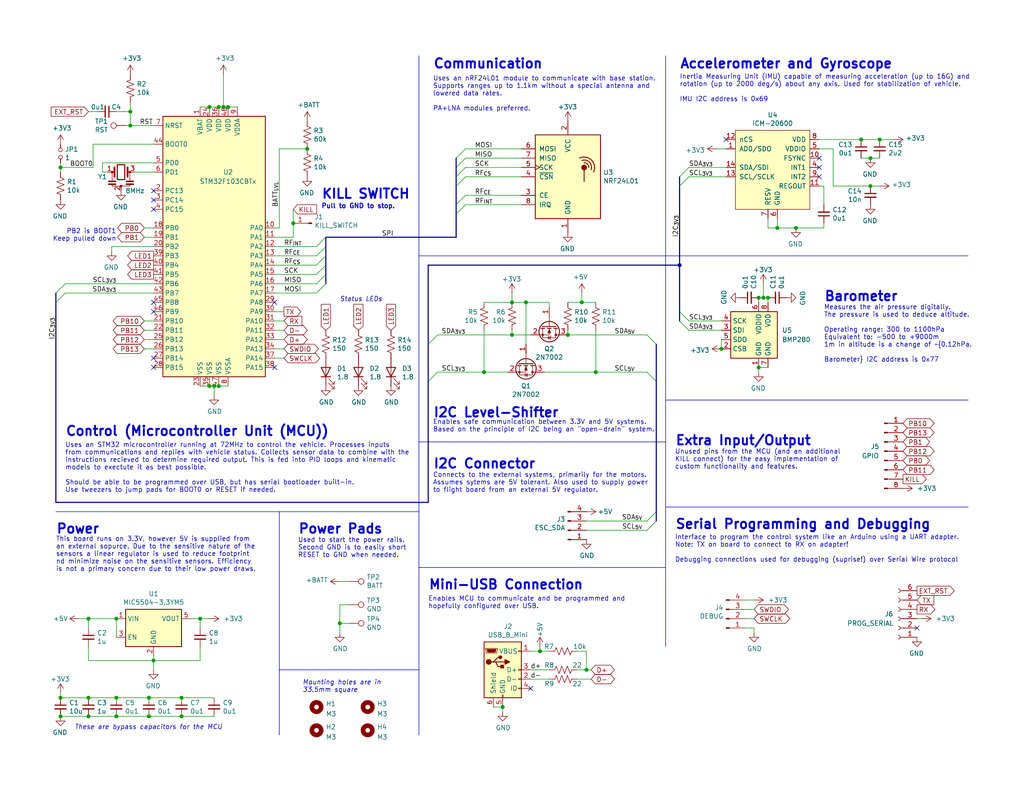
<source format=kicad_sch>
(kicad_sch (version 20230121) (generator eeschema)
  (paper "USLetter")
  (title_block (title "32-Bit Flight Controller & Power Board") (date "2020-06-02") (rev "2.1") (company "Savo Bajic") (comment 1 "Power rails integrated on rear side.") (comment 2 "Designed for use with I2C modules, GPIO pins also available.") (comment 3 "Built in 6-axis IMU, barometer, communication, and 3V3 regulator.") (comment 4 "Centered around an STM32. Requires external 5V."))
  (junction (at 143.51 82.55))
  (junction (at 185.42 72.39))
  (junction (at 57.15 105.41))
  (junction (at 234.95 38.1))
  (junction (at 49.53 195.58))
  (junction (at 80.01 60.96))
  (junction (at 40.64 190.5))
  (junction (at 59.69 105.41))
  (junction (at 58.42 105.41))
  (junction (at 16.51 195.58))
  (junction (at 31.75 195.58))
  (junction (at 207.01 81.28))
  (junction (at 208.28 81.28))
  (junction (at 240.03 38.1))
  (junction (at 160.02 182.88))
  (junction (at 35.56 30.48))
  (junction (at 237.49 50.8))
  (junction (at 31.75 190.5))
  (junction (at 147.32 177.8))
  (junction (at 24.13 195.58))
  (junction (at 24.13 190.5))
  (junction (at 31.75 168.91))
  (junction (at 41.91 180.34))
  (junction (at 139.7 91.44))
  (junction (at 16.51 45.72))
  (junction (at 57.15 29.21))
  (junction (at 62.23 29.21))
  (junction (at 24.13 168.91))
  (junction (at 92.71 170.18))
  (junction (at 59.69 29.21))
  (junction (at 139.7 82.55))
  (junction (at 49.53 190.5))
  (junction (at 154.94 91.44))
  (junction (at 217.17 62.23))
  (junction (at 54.61 168.91))
  (junction (at 40.64 195.58))
  (junction (at 196.85 95.25))
  (junction (at 162.56 101.6))
  (junction (at 35.56 34.29))
  (junction (at 209.55 81.28))
  (junction (at 132.08 101.6))
  (junction (at 60.96 29.21))
  (junction (at 137.16 193.04))
  (junction (at 207.01 100.33))
  (junction (at 83.82 40.64))
  (junction (at 237.49 43.18))
  (junction (at 16.51 190.5))
  (junction (at 158.75 82.55))
  (junction (at 212.09 62.23))
  (no_connect (at 144.78 187.96))
  (no_connect (at 41.91 52.07))
  (no_connect (at 41.91 82.55))
  (no_connect (at 223.52 43.18))
  (no_connect (at 74.93 100.33))
  (no_connect (at 223.52 45.72))
  (no_connect (at 41.91 57.15))
  (no_connect (at 41.91 54.61))
  (no_connect (at 223.52 48.26))
  (no_connect (at 41.91 100.33))
  (no_connect (at 41.91 97.79))
  (no_connect (at 198.12 38.1))
  (no_connect (at 74.93 82.55))
  (no_connect (at 250.19 171.45))
  (no_connect (at 41.91 85.09))
  (bus_entry (at 179.07 142.24) (size -2.54 2.54))
  (bus_entry (at 119.38 91.44) (size -2.54 2.54))
  (bus_entry (at 187.96 48.26) (size -2.54 2.54))
  (bus_entry (at 86.36 69.85) (size 2.54 -2.54))
  (bus_entry (at 176.53 142.24) (size 2.54 -2.54))
  (bus_entry (at 86.36 77.47) (size 2.54 -2.54))
  (bus_entry (at 187.96 45.72) (size -2.54 2.54))
  (bus_entry (at 179.07 104.14) (size -2.54 -2.54))
  (bus_entry (at 124.46 43.18) (size 2.54 -2.54))
  (bus_entry (at 124.46 50.8) (size 2.54 -2.54))
  (bus_entry (at 86.36 72.39) (size 2.54 -2.54))
  (bus_entry (at 187.96 90.17) (size -2.54 -2.54))
  (bus_entry (at 124.46 45.72) (size 2.54 -2.54))
  (bus_entry (at 86.36 74.93) (size 2.54 -2.54))
  (bus_entry (at 124.46 58.42) (size 2.54 -2.54))
  (bus_entry (at 17.78 77.47) (size -2.54 2.54))
  (bus_entry (at 86.36 80.01) (size 2.54 -2.54))
  (bus_entry (at 179.07 93.98) (size -2.54 -2.54))
  (bus_entry (at 124.46 48.26) (size 2.54 -2.54))
  (bus_entry (at 124.46 55.88) (size 2.54 -2.54))
  (bus_entry (at 119.38 101.6) (size -2.54 2.54))
  (bus_entry (at 187.96 87.63) (size -2.54 -2.54))
  (bus_entry (at 17.78 80.01) (size -2.54 2.54))
  (bus_entry (at 86.36 67.31) (size 2.54 -2.54))
  (wire (pts (xy 35.56 34.29) (xy 35.56 30.48)))
  (wire (pts (xy 205.74 171.45) (xy 205.74 172.72)))
  (polyline (pts (xy 181.61 138.43) (xy 264.16 138.43)))
  (wire (pts (xy 16.51 195.58) (xy 24.13 195.58)))
  (wire (pts (xy 25.4 39.37) (xy 41.91 39.37)))
  (polyline (pts (xy 114.3 15.24) (xy 114.3 200.66)))
  (wire (pts (xy 149.86 83.82) (xy 149.86 82.55)))
  (wire (pts (xy 86.36 67.31) (xy 74.93 67.31)))
  (wire (pts (xy 35.56 34.29) (xy 41.91 34.29)))
  (wire (pts (xy 86.36 72.39) (xy 74.93 72.39)))
  (wire (pts (xy 74.93 69.85) (xy 86.36 69.85)))
  (wire (pts (xy 24.13 30.48) (xy 26.67 30.48)))
  (wire (pts (xy 34.29 34.29) (xy 35.56 34.29)))
  (wire (pts (xy 157.48 185.42) (xy 161.29 185.42)))
  (wire (pts (xy 162.56 101.6) (xy 176.53 101.6)))
  (wire (pts (xy 154.94 90.17) (xy 154.94 91.44)))
  (wire (pts (xy 41.91 90.17) (xy 39.37 90.17)))
  (bus (pts (xy 124.46 55.88) (xy 124.46 58.42)))
  (wire (pts (xy 31.75 190.5) (xy 40.64 190.5)))
  (wire (pts (xy 209.55 59.69) (xy 209.55 62.23)))
  (bus (pts (xy 185.42 48.26) (xy 185.42 50.8)))
  (polyline (pts (xy 114.3 69.85) (xy 264.16 69.85)))
  (wire (pts (xy 36.83 46.99) (xy 41.91 46.99)))
  (wire (pts (xy 74.93 85.09) (xy 77.47 85.09)))
  (wire (pts (xy 203.2 166.37) (xy 205.74 166.37)))
  (wire (pts (xy 187.96 87.63) (xy 196.85 87.63)))
  (wire (pts (xy 35.56 27.94) (xy 35.56 30.48)))
  (wire (pts (xy 16.51 45.72) (xy 16.51 44.45)))
  (bus (pts (xy 185.42 85.09) (xy 185.42 87.63)))
  (wire (pts (xy 224.79 50.8) (xy 224.79 55.88)))
  (wire (pts (xy 41.91 179.07) (xy 41.91 180.34)))
  (bus (pts (xy 179.07 139.7) (xy 179.07 142.24)))
  (bus (pts (xy 124.46 48.26) (xy 124.46 50.8)))
  (wire (pts (xy 162.56 82.55) (xy 158.75 82.55)))
  (wire (pts (xy 58.42 105.41) (xy 59.69 105.41)))
  (bus (pts (xy 185.42 50.8) (xy 185.42 72.39)))
  (wire (pts (xy 127 40.64) (xy 142.24 40.64)))
  (bus (pts (xy 88.9 72.39) (xy 88.9 74.93)))
  (wire (pts (xy 196.85 92.71) (xy 196.85 95.25)))
  (wire (pts (xy 250.19 168.91) (xy 251.46 168.91)))
  (wire (pts (xy 60.96 29.21) (xy 62.23 29.21)))
  (wire (pts (xy 24.13 168.91) (xy 31.75 168.91)))
  (wire (pts (xy 74.93 74.93) (xy 86.36 74.93)))
  (bus (pts (xy 88.9 64.77) (xy 124.46 64.77)))
  (wire (pts (xy 237.49 50.8) (xy 240.03 50.8)))
  (wire (pts (xy 41.91 92.71) (xy 39.37 92.71)))
  (polyline (pts (xy 181.61 109.22) (xy 264.16 109.22)))
  (wire (pts (xy 74.93 87.63) (xy 77.47 87.63)))
  (wire (pts (xy 74.93 64.77) (xy 80.01 64.77)))
  (wire (pts (xy 24.13 195.58) (xy 31.75 195.58)))
  (wire (pts (xy 132.08 90.17) (xy 132.08 101.6)))
  (wire (pts (xy 80.01 57.15) (xy 80.01 60.96)))
  (wire (pts (xy 76.2 62.23) (xy 76.2 40.64)))
  (wire (pts (xy 144.78 185.42) (xy 149.86 185.42)))
  (wire (pts (xy 77.47 90.17) (xy 74.93 90.17)))
  (wire (pts (xy 127 43.18) (xy 142.24 43.18)))
  (wire (pts (xy 208.28 81.28) (xy 207.01 81.28)))
  (wire (pts (xy 198.12 40.64) (xy 195.58 40.64)))
  (wire (pts (xy 54.61 29.21) (xy 57.15 29.21)))
  (wire (pts (xy 92.71 170.18) (xy 95.25 170.18)))
  (wire (pts (xy 234.95 38.1) (xy 223.52 38.1)))
  (wire (pts (xy 147.32 176.53) (xy 147.32 177.8)))
  (wire (pts (xy 54.61 105.41) (xy 57.15 105.41)))
  (wire (pts (xy 240.03 38.1) (xy 234.95 38.1)))
  (wire (pts (xy 224.79 60.96) (xy 224.79 62.23)))
  (wire (pts (xy 237.49 50.8) (xy 227.33 50.8)))
  (wire (pts (xy 59.69 29.21) (xy 60.96 29.21)))
  (wire (pts (xy 92.71 158.75) (xy 95.25 158.75)))
  (bus (pts (xy 88.9 67.31) (xy 88.9 69.85)))
  (wire (pts (xy 49.53 190.5) (xy 58.42 190.5)))
  (wire (pts (xy 58.42 195.58) (xy 49.53 195.58)))
  (bus (pts (xy 124.46 58.42) (xy 124.46 64.77)))
  (wire (pts (xy 207.01 82.55) (xy 207.01 81.28)))
  (wire (pts (xy 58.42 107.95) (xy 58.42 105.41)))
  (wire (pts (xy 80.01 64.77) (xy 80.01 60.96)))
  (wire (pts (xy 24.13 171.45) (xy 24.13 168.91)))
  (wire (pts (xy 207.01 100.33) (xy 209.55 100.33)))
  (wire (pts (xy 227.33 40.64) (xy 223.52 40.64)))
  (wire (pts (xy 212.09 59.69) (xy 212.09 62.23)))
  (wire (pts (xy 139.7 90.17) (xy 139.7 91.44)))
  (wire (pts (xy 27.94 44.45) (xy 27.94 46.99)))
  (wire (pts (xy 41.91 180.34) (xy 41.91 182.88)))
  (wire (pts (xy 237.49 43.18) (xy 234.95 43.18)))
  (wire (pts (xy 162.56 90.17) (xy 162.56 101.6)))
  (wire (pts (xy 41.91 44.45) (xy 27.94 44.45)))
  (wire (pts (xy 119.38 91.44) (xy 139.7 91.44)))
  (wire (pts (xy 16.51 190.5) (xy 24.13 190.5)))
  (wire (pts (xy 86.36 80.01) (xy 74.93 80.01)))
  (wire (pts (xy 40.64 195.58) (xy 31.75 195.58)))
  (wire (pts (xy 16.51 45.72) (xy 25.4 45.72)))
  (bus (pts (xy 179.07 104.14) (xy 179.07 139.7)))
  (wire (pts (xy 149.86 82.55) (xy 143.51 82.55)))
  (wire (pts (xy 176.53 144.78) (xy 160.02 144.78)))
  (wire (pts (xy 119.38 101.6) (xy 132.08 101.6)))
  (wire (pts (xy 21.59 168.91) (xy 24.13 168.91)))
  (wire (pts (xy 17.78 77.47) (xy 41.91 77.47)))
  (bus (pts (xy 88.9 74.93) (xy 88.9 77.47)))
  (bus (pts (xy 179.07 93.98) (xy 179.07 104.14)))
  (wire (pts (xy 127 45.72) (xy 142.24 45.72)))
  (wire (pts (xy 217.17 62.23) (xy 212.09 62.23)))
  (wire (pts (xy 49.53 195.58) (xy 40.64 195.58)))
  (wire (pts (xy 76.2 40.64) (xy 83.82 40.64)))
  (wire (pts (xy 95.25 165.1) (xy 92.71 165.1)))
  (wire (pts (xy 147.32 177.8) (xy 144.78 177.8)))
  (wire (pts (xy 158.75 82.55) (xy 158.75 80.01)))
  (wire (pts (xy 92.71 165.1) (xy 92.71 170.18)))
  (wire (pts (xy 203.2 171.45) (xy 205.74 171.45)))
  (wire (pts (xy 127 48.26) (xy 142.24 48.26)))
  (wire (pts (xy 24.13 190.5) (xy 31.75 190.5)))
  (wire (pts (xy 31.75 30.48) (xy 35.56 30.48)))
  (polyline (pts (xy 114.3 120.65) (xy 181.61 120.65)))
  (wire (pts (xy 208.28 77.47) (xy 208.28 81.28)))
  (wire (pts (xy 224.79 62.23) (xy 217.17 62.23)))
  (wire (pts (xy 127 53.34) (xy 142.24 53.34)))
  (wire (pts (xy 16.51 46.99) (xy 16.51 45.72)))
  (bus (pts (xy 185.42 72.39) (xy 185.42 85.09)))
  (wire (pts (xy 62.23 29.21) (xy 64.77 29.21)))
  (wire (pts (xy 54.61 168.91) (xy 54.61 171.45)))
  (bus (pts (xy 116.84 72.39) (xy 116.84 93.98)))
  (bus (pts (xy 124.46 43.18) (xy 124.46 45.72)))
  (bus (pts (xy 116.84 137.16) (xy 15.24 137.16)))
  (wire (pts (xy 187.96 90.17) (xy 196.85 90.17)))
  (wire (pts (xy 24.13 176.53) (xy 24.13 180.34)))
  (wire (pts (xy 203.2 163.83) (xy 205.74 163.83)))
  (wire (pts (xy 92.71 170.18) (xy 92.71 172.72)))
  (wire (pts (xy 137.16 194.31) (xy 137.16 193.04)))
  (polyline (pts (xy 181.61 154.94) (xy 114.3 154.94)))
  (wire (pts (xy 237.49 43.18) (xy 240.03 43.18)))
  (wire (pts (xy 25.4 45.72) (xy 25.4 39.37)))
  (wire (pts (xy 24.13 180.34) (xy 41.91 180.34)))
  (bus (pts (xy 88.9 69.85) (xy 88.9 72.39)))
  (wire (pts (xy 209.55 81.28) (xy 209.55 82.55)))
  (wire (pts (xy 30.48 68.58) (xy 30.48 67.31)))
  (wire (pts (xy 52.07 168.91) (xy 54.61 168.91)))
  (wire (pts (xy 203.2 168.91) (xy 205.74 168.91)))
  (wire (pts (xy 160.02 177.8) (xy 160.02 182.88)))
  (wire (pts (xy 41.91 64.77) (xy 39.37 64.77)))
  (wire (pts (xy 208.28 81.28) (xy 209.55 81.28)))
  (polyline (pts (xy 76.2 139.7) (xy 76.2 200.66)))
  (wire (pts (xy 162.56 101.6) (xy 148.59 101.6)))
  (wire (pts (xy 187.96 45.72) (xy 198.12 45.72)))
  (wire (pts (xy 27.94 46.99) (xy 29.21 46.99)))
  (wire (pts (xy 41.91 87.63) (xy 39.37 87.63)))
  (wire (pts (xy 40.64 190.5) (xy 49.53 190.5)))
  (wire (pts (xy 74.93 92.71) (xy 77.47 92.71)))
  (wire (pts (xy 187.96 48.26) (xy 198.12 48.26)))
  (wire (pts (xy 223.52 50.8) (xy 224.79 50.8)))
  (bus (pts (xy 116.84 93.98) (xy 116.84 104.14)))
  (wire (pts (xy 160.02 182.88) (xy 161.29 182.88)))
  (wire (pts (xy 134.62 193.04) (xy 137.16 193.04)))
  (wire (pts (xy 176.53 142.24) (xy 160.02 142.24)))
  (wire (pts (xy 144.78 91.44) (xy 139.7 91.44)))
  (wire (pts (xy 60.96 20.32) (xy 60.96 29.21)))
  (wire (pts (xy 39.37 62.23) (xy 41.91 62.23)))
  (wire (pts (xy 139.7 80.01) (xy 139.7 82.55)))
  (wire (pts (xy 157.48 182.88) (xy 160.02 182.88)))
  (wire (pts (xy 243.84 38.1) (xy 240.03 38.1)))
  (wire (pts (xy 54.61 180.34) (xy 54.61 176.53)))
  (wire (pts (xy 41.91 95.25) (xy 39.37 95.25)))
  (wire (pts (xy 212.09 62.23) (xy 209.55 62.23)))
  (wire (pts (xy 54.61 168.91) (xy 57.15 168.91)))
  (wire (pts (xy 227.33 40.64) (xy 227.33 50.8)))
  (wire (pts (xy 74.93 95.25) (xy 77.47 95.25)))
  (wire (pts (xy 74.93 62.23) (xy 76.2 62.23)))
  (bus (pts (xy 88.9 64.77) (xy 88.9 67.31)))
  (polyline (pts (xy 76.2 182.88) (xy 114.3 182.88)))
  (bus (pts (xy 185.42 72.39) (xy 116.84 72.39)))
  (wire (pts (xy 17.78 80.01) (xy 41.91 80.01)))
  (wire (pts (xy 143.51 82.55) (xy 139.7 82.55)))
  (bus (pts (xy 124.46 45.72) (xy 124.46 48.26)))
  (wire (pts (xy 16.51 189.23) (xy 16.51 190.5)))
  (wire (pts (xy 41.91 180.34) (xy 54.61 180.34)))
  (wire (pts (xy 127 55.88) (xy 142.24 55.88)))
  (wire (pts (xy 57.15 105.41) (xy 58.42 105.41)))
  (wire (pts (xy 157.48 177.8) (xy 160.02 177.8)))
  (bus (pts (xy 15.24 80.01) (xy 15.24 82.55)))
  (polyline (pts (xy 181.61 15.24) (xy 181.61 176.53)))
  (wire (pts (xy 143.51 82.55) (xy 143.51 93.98)))
  (wire (pts (xy 207.01 101.6) (xy 207.01 100.33)))
  (wire (pts (xy 86.36 77.47) (xy 74.93 77.47)))
  (wire (pts (xy 30.48 67.31) (xy 41.91 67.31)))
  (wire (pts (xy 138.43 101.6) (xy 132.08 101.6)))
  (bus (pts (xy 124.46 50.8) (xy 124.46 55.88)))
  (polyline (pts (xy 15.24 139.7) (xy 114.3 139.7)))
  (wire (pts (xy 57.15 29.21) (xy 59.69 29.21)))
  (wire (pts (xy 144.78 182.88) (xy 149.86 182.88)))
  (wire (pts (xy 31.75 168.91) (xy 31.75 173.99)))
  (wire (pts (xy 158.75 82.55) (xy 154.94 82.55)))
  (wire (pts (xy 139.7 82.55) (xy 132.08 82.55)))
  (bus (pts (xy 116.84 104.14) (xy 116.84 137.16)))
  (wire (pts (xy 77.47 97.79) (xy 74.93 97.79)))
  (wire (pts (xy 154.94 91.44) (xy 176.53 91.44)))
  (wire (pts (xy 149.86 177.8) (xy 147.32 177.8)))
  (wire (pts (xy 59.69 105.41) (xy 62.23 105.41)))
  (bus (pts (xy 15.24 82.55) (xy 15.24 137.16)))
  (text "Accelerometer and Gyroscope" (at 185.42 19.05 0) (effects (font (size 2.5654 2.5654) (thickness 0.5131) bold) (justify left bottom)))
  (text "This board runs on 3.3V, however 5V is supplied from\nan external sopurce. Due to the sensitive nature of the\nsensors a linear regulator is used to reduce footprint \nnd minimize noise on the sensitive sensors. Efficiency\nis not a primary concern due to their low power draws." (at 15.24 156.21 0) (effects (font (size 1.27 1.27)) (justify left bottom)))
  (text "Barometer" (at 224.79 82.55 0) (effects (font (size 2.5654 2.5654) (thickness 0.5131) bold) (justify left bottom)))
  (text "Power" (at 15.24 146.05 0) (effects (font (size 2.5654 2.5654) (thickness 0.5131) bold) (justify left bottom)))
  (text "Extra Input/Output" (at 184.15 121.92 0) (effects (font (size 2.5654 2.5654) (thickness 0.5131) bold) (justify left bottom)))
  (text "I2C Level-Shifter" (at 118.11 114.3 0) (effects (font (size 2.5654 2.5654) (thickness 0.5131) bold) (justify left bottom)))
  (text "Enables safe communication between 3.3V and 5V systems.\nBased on the principle of I2C being an \"open-drain\" system." (at 118.11 118.11 0) (effects (font (size 1.27 1.27)) (justify left bottom)))
  (text "I2C Connector" (at 118.11 128.27 0) (effects (font (size 2.5654 2.5654) (thickness 0.5131) bold) (justify left bottom)))
  (text "Pull to GND to stop." (at 87.63 57.15 0) (effects (font (size 1.27 1.27) (thickness 0.254) bold) (justify left bottom)))
  (text "Interface to program the control system like an Arduino using a UART adapter.\nNote: TX on board to connect to RX on adapter!\n\nDebugging connections used for debugging (suprise!) over Serial Wire protocol" (at 184.15 153.67 0) (effects (font (size 1.27 1.27)) (justify left bottom)))
  (text "Status LEDs" (at 92.71 82.55 0) (effects (font (size 1.27 1.27) italic) (justify left bottom)))
  (text "Used to start the power rails.\nSecond GND is to easily short\nRESET to GND when needed." (at 81.28 152.4 0) (effects (font (size 1.27 1.27)) (justify left bottom)))
  (text "Uses an nRF24L01 module to communicate with base station. \nSupports ranges up to 1.1km without a special antenna and \nlowered data rates.\n\nPA+LNA modules preferred." (at 118.11 30.48 0) (effects (font (size 1.27 1.27)) (justify left bottom)))
  (text "Mounting holes are in\n33.5mm square" (at 82.55 189.23 0) (effects (font (size 1.27 1.27) italic) (justify left bottom)))
  (text "Power Pads" (at 81.28 146.05 0) (effects (font (size 2.5654 2.5654) (thickness 0.5131) bold) (justify left bottom)))
  (text "Control (Microcontroller Unit (MCU))" (at 17.78 119.38 0) (effects (font (size 2.5654 2.5654) (thickness 0.5131) bold) (justify left bottom)))
  (text "Serial Programming and Debugging" (at 184.15 144.78 0) (effects (font (size 2.5654 2.5654) (thickness 0.5131) bold) (justify left bottom)))
  (text "PB2 is BOOT1\nKeep pulled down" (at 31.75 66.04 0) (effects (font (size 1.27 1.27)) (justify right bottom)))
  (text "Inertia Measuring Unit (IMU) capable of measuring acceleration (up to 16G) and\nrotation (up to 2000 deg/s) about any axis. Used for stabilization of vehicle.\n\nIMU I2C address is 0x69" (at 185.42 27.94 0) (effects (font (size 1.27 1.27)) (justify left bottom)))
  (text "Mini-USB Connection" (at 116.84 161.29 0) (effects (font (size 2.5654 2.5654) (thickness 0.5131) bold) (justify left bottom)))
  (text "Communication" (at 118.11 19.05 0) (effects (font (size 2.5654 2.5654) (thickness 0.5131) bold) (justify left bottom)))
  (text "KILL SWITCH" (at 87.63 54.61 0) (effects (font (size 2.5654 2.5654) (thickness 0.5131) bold) (justify left bottom)))
  (text "Uses an STM32 microcontroller running at 72MHz to control the vehicle. Processes inputs\nfrom communications and replies with vehicle status. Collects sensor data to combine with the\ninstructions recieved to determine required output. This is fed into PID loops and kinematic\nmodels to exectute it as best possible.\n\nShould be able to be programmed over USB, but has serial bootloader built-in.\nUse tweezers to jump pads for BOOT0 or RESET if needed." (at 17.78 134.62 0) (effects (font (size 1.27 1.27)) (justify left bottom)))
  (text "Enables MCU to communicate and be programmed and \nhopefully configured over USB." (at 116.84 166.37 0) (effects (font (size 1.27 1.27)) (justify left bottom)))
  (text "Connects to the external systems, primarily for the motors. \nAssumes sytems are 5V tolerant. Also used to supply power\nto flight board from an external 5V regulator." (at 118.11 134.62 0) (effects (font (size 1.27 1.27)) (justify left bottom)))
  (text "These are bypass capacitors for the MCU" (at 20.32 199.39 0) (effects (font (size 1.27 1.27) italic) (justify left bottom)))
  (text "Unused pins from the MCU (and an additional\nKILL connect) for the easy implementation of\ncustom functionality and features." (at 184.15 128.27 0) (effects (font (size 1.27 1.27)) (justify left bottom)))
  (text "Measures the air pressure digitally.\nThe pressure is used to deduce altitude.\n\nOperating range: 300 to 1100hPa\nEquivalent to: -500 to +9000m\n1m in altitude is a change of ~{0.12hPa.\n\nBarometer} I2C address is 0x77" (at 224.79 99.06 0) (effects (font (size 1.27 1.27)) (justify left bottom)))
  (label "SDA_{3V3}" (at 187.96 45.72 0))
  (label "SDA_{3V3}" (at 127 91.44 180))
  (label "RF_{INT}" (at 129.54 55.88 0))
  (label "BOOT0" (at 19.05 45.72 0))
  (label "d+" (at 144.78 182.88 0))
  (label "SCL_{3V3}" (at 127 101.6 180))
  (label "SDA_{5V}" (at 175.26 142.24 180))
  (label "SPI" (at 104.14 64.77 0))
  (label "SCK" (at 77.47 74.93 0))
  (label "RF_{CS}" (at 129.54 48.26 0))
  (label "SCL_{5V}" (at 167.64 101.6 0))
  (label "SDA_{3V3}" (at 31.75 80.01 180))
  (label "MOSI" (at 129.54 40.64 0))
  (label "I2C_{3V3}" (at 15.24 92.71 90))
  (label "SCL_{3V3}" (at 187.96 87.63 0))
  (label "d-" (at 144.78 185.42 0))
  (label "RST" (at 38.1 34.29 0))
  (label "RF_{CE}" (at 129.54 53.34 0))
  (label "I2C_{3V3}" (at 185.42 64.77 90))
  (label "MISO" (at 129.54 43.18 0))
  (label "SDA_{5V}" (at 167.64 91.44 0))
  (label "SCL_{3V3}" (at 187.96 48.26 0))
  (label "RF_{INT}" (at 77.47 67.31 0))
  (label "SCL_{3V3}" (at 31.75 77.47 180))
  (label "SCL_{5V}" (at 175.26 144.78 180))
  (label "SCK" (at 129.54 45.72 0))
  (label "SDA_{3V3}" (at 187.96 90.17 0))
  (label "RF_{CS}" (at 77.47 72.39 0))
  (label "BATT_{LVL}" (at 76.2 49.53 270))
  (label "RF_{CE}" (at 77.47 69.85 0))
  (label "MISO" (at 77.47 77.47 0))
  (label "MOSI" (at 77.47 80.01 0))
  (global_label "LED1" (shape output) (at 41.91 69.85 180) (property "Intersheetrefs" "${INTERSHEET_REFS}" (effects hide)))
  (global_label "D-" (shape bidirectional) (at 77.47 90.17 0) (property "Intersheetrefs" "${INTERSHEET_REFS}" (effects hide)))
  (global_label "PB12" (shape bidirectional) (at 246.38 123.19 0) (property "Intersheetrefs" "${INTERSHEET_REFS}" (effects hide)))
  (global_label "LED3" (shape output) (at 41.91 74.93 180) (property "Intersheetrefs" "${INTERSHEET_REFS}" (effects hide)))
  (global_label "PB12" (shape bidirectional) (at 39.37 92.71 180) (property "Intersheetrefs" "${INTERSHEET_REFS}" (effects hide)))
  (global_label "SWCLK" (shape bidirectional) (at 77.47 97.79 0) (property "Intersheetrefs" "${INTERSHEET_REFS}" (effects hide)))
  (global_label "KILL" (shape output) (at 246.38 130.81 0) (property "Intersheetrefs" "${INTERSHEET_REFS}" (effects hide)))
  (global_label "PB10" (shape bidirectional) (at 246.38 115.57 0) (property "Intersheetrefs" "${INTERSHEET_REFS}" (effects hide)))
  (global_label "PB0" (shape bidirectional) (at 39.37 62.23 180) (property "Intersheetrefs" "${INTERSHEET_REFS}" (effects hide)))
  (global_label "PB11" (shape bidirectional) (at 39.37 90.17 180) (property "Intersheetrefs" "${INTERSHEET_REFS}" (effects hide)))
  (global_label "LED2" (shape input) (at 97.79 90.17 90) (property "Intersheetrefs" "${INTERSHEET_REFS}" (effects hide)))
  (global_label "PB13" (shape bidirectional) (at 246.38 118.11 0) (property "Intersheetrefs" "${INTERSHEET_REFS}" (effects hide)))
  (global_label "SWDIO" (shape bidirectional) (at 77.47 95.25 0) (property "Intersheetrefs" "${INTERSHEET_REFS}" (effects hide)))
  (global_label "D-" (shape bidirectional) (at 161.29 185.42 0) (property "Intersheetrefs" "${INTERSHEET_REFS}" (effects hide)))
  (global_label "D+" (shape bidirectional) (at 77.47 92.71 0) (property "Intersheetrefs" "${INTERSHEET_REFS}" (effects hide)))
  (global_label "PB11" (shape bidirectional) (at 246.38 128.27 0) (property "Intersheetrefs" "${INTERSHEET_REFS}" (effects hide)))
  (global_label "SWCLK" (shape bidirectional) (at 205.74 168.91 0) (property "Intersheetrefs" "${INTERSHEET_REFS}" (effects hide)))
  (global_label "KILL" (shape input) (at 80.01 57.15 0) (property "Intersheetrefs" "${INTERSHEET_REFS}" (effects hide)))
  (global_label "PB10" (shape bidirectional) (at 39.37 87.63 180) (property "Intersheetrefs" "${INTERSHEET_REFS}" (effects hide)))
  (global_label "LED2" (shape output) (at 41.91 72.39 180) (property "Intersheetrefs" "${INTERSHEET_REFS}" (effects hide)))
  (global_label "PB13" (shape bidirectional) (at 39.37 95.25 180) (property "Intersheetrefs" "${INTERSHEET_REFS}" (effects hide)))
  (global_label "PB1" (shape bidirectional) (at 246.38 120.65 0) (property "Intersheetrefs" "${INTERSHEET_REFS}" (effects hide)))
  (global_label "D+" (shape bidirectional) (at 161.29 182.88 0) (property "Intersheetrefs" "${INTERSHEET_REFS}" (effects hide)))
  (global_label "LED1" (shape input) (at 88.9 90.17 90) (property "Intersheetrefs" "${INTERSHEET_REFS}" (effects hide)))
  (global_label "LED3" (shape input) (at 106.68 90.17 90) (property "Intersheetrefs" "${INTERSHEET_REFS}" (effects hide)))
  (global_label "SWDIO" (shape bidirectional) (at 205.74 166.37 0) (property "Intersheetrefs" "${INTERSHEET_REFS}" (effects hide)))
  (global_label "PB0" (shape bidirectional) (at 246.38 125.73 0) (property "Intersheetrefs" "${INTERSHEET_REFS}" (effects hide)))
  (global_label "EXT_RST" (shape input) (at 24.13 30.48 180) (property "Intersheetrefs" "${INTERSHEET_REFS}" (effects hide)))
  (global_label "TX" (shape input) (at 250.19 163.83 0) (property "Intersheetrefs" "${INTERSHEET_REFS}" (effects hide)))
  (global_label "RX" (shape input) (at 77.47 87.63 0) (property "Intersheetrefs" "${INTERSHEET_REFS}" (effects hide)))
  (global_label "RX" (shape output) (at 250.19 166.37 0) (property "Intersheetrefs" "${INTERSHEET_REFS}" (effects hide)))
  (global_label "EXT_RST" (shape output) (at 250.19 161.29 0) (property "Intersheetrefs" "${INTERSHEET_REFS}" (effects hide)))
  (global_label "PB1" (shape bidirectional) (at 39.37 64.77 180) (property "Intersheetrefs" "${INTERSHEET_REFS}" (effects hide)))
  (global_label "TX" (shape output) (at 77.47 85.09 0) (property "Intersheetrefs" "${INTERSHEET_REFS}" (effects hide)))
  (symbol (lib_id "Sensor_Pressure:BMP280") (at 207.01 92.71 0) (unit 1)
    (property "Reference" "U5" (at 213.36 90.17 0) (effects (justify left)))
    (property "Value" "BMP280" (at 213.36 92.71 0) (effects (justify left)))
    (property "Footprint" "Package_LGA:Bosch_LGA-8_2x2.5mm_P0.65mm_ClockwisePinNumbering" (effects hide))
    (property "Datasheet" "https://ae-bst.resource.bosch.com/media/_tech/media/datasheets/BST-BMP280-DS001.pdf" (effects hide))
  )
  (symbol (lib_id "Device:R_US") (at 83.82 36.83 0) (unit 1)
    (property "Reference" "R3" (at 85.5472 35.6616 0) (effects (justify left)))
    (property "Value" "60k" (at 85.5472 37.973 0) (effects (justify left)))
    (property "Footprint" "Resistor_SMD:R_0603_1608Metric" (effects hide))
  )
  (symbol (lib_id "Device:R_US") (at 83.82 44.45 0) (unit 1)
    (property "Reference" "R4" (at 85.5472 43.2816 0) (effects (justify left)))
    (property "Value" "10k" (at 85.5472 45.593 0) (effects (justify left)))
    (property "Footprint" "Resistor_SMD:R_0603_1608Metric" (effects hide))
  )
  (symbol (lib_id "power:GND") (at 83.82 48.26 0) (mirror y) (unit 1)
    (property "Reference" "#PWR014" (effects hide))
    (property "Value" "GND" (at 83.693 52.6542 0))
  )
  (symbol (lib_id "Device:Resonator") (at 33.02 46.99 0) (unit 1)
    (property "Reference" "Y1" (at 27.94 48.26 0))
    (property "Value" "8MHz" (at 36.83 52.07 0))
    (property "Footprint" "Crystal:Resonator_SMD_muRata_CSTxExxV-3Pin_3.0x1.1mm" (effects hide))
  )
  (symbol (lib_id "power:+BATT") (at 83.82 33.02 0) (unit 1)
    (property "Reference" "#PWR013" (effects hide))
    (property "Value" "+BATT" (at 84.201 28.6258 0))
  )
  (symbol (lib_id "flight_controller_v2-rescue:ICM-20600-flight_controller_parts") (at 210.82 41.91 0) (mirror y) (unit 1)
    (property "Reference" "U4" (at 210.82 31.369 0))
    (property "Value" "ICM-20600" (at 210.82 33.6804 0))
    (property "Footprint" "Package_LGA:LGA-14_3x2.5mm_P0.5mm_LayoutBorder3x4y" (effects hide))
  )
  (symbol (lib_id "power:GND") (at 217.17 62.23 0) (mirror y) (unit 1)
    (property "Reference" "#PWR032" (effects hide))
    (property "Value" "GND" (at 217.043 66.6242 0))
  )
  (symbol (lib_id "power:+3V3") (at 240.03 50.8 270) (mirror x) (unit 1)
    (property "Reference" "#PWR036" (effects hide))
    (property "Value" "+3V3" (at 243.2812 50.419 90) (effects (justify left)))
  )
  (symbol (lib_id "power:+3V3") (at 195.58 40.64 90) (mirror x) (unit 1)
    (property "Reference" "#PWR025" (effects hide))
    (property "Value" "+3V3" (at 192.3288 41.021 90) (effects (justify left)))
  )
  (symbol (lib_id "power:GND") (at 33.02 52.07 0) (mirror y) (unit 1)
    (property "Reference" "#PWR07" (effects hide))
    (property "Value" "GND" (at 32.893 56.4642 0))
  )
  (symbol (lib_id "power:+3V3") (at 243.84 38.1 270) (mirror x) (unit 1)
    (property "Reference" "#PWR037" (effects hide))
    (property "Value" "+3V3" (at 247.0912 37.719 90) (effects (justify left)))
  )
  (symbol (lib_id "power:GND") (at 237.49 55.88 0) (mirror y) (unit 1)
    (property "Reference" "#PWR035" (effects hide))
    (property "Value" "GND" (at 237.363 60.2742 0))
  )
  (symbol (lib_id "Device:C_Small") (at 29.21 30.48 270) (mirror x) (unit 1)
    (property "Reference" "C4" (at 31.75 29.21 90))
    (property "Value" "0u1" (at 26.67 29.21 90))
    (property "Footprint" "Capacitor_SMD:C_0603_1608Metric" (effects hide))
  )
  (symbol (lib_id "Device:C_Small") (at 237.49 53.34 0) (mirror y) (unit 1)
    (property "Reference" "C14" (at 235.1532 52.1716 0) (effects (justify left)))
    (property "Value" "10n" (at 235.1532 54.483 0) (effects (justify left)))
    (property "Footprint" "Capacitor_SMD:C_0603_1608Metric" (effects hide))
  )
  (symbol (lib_id "Device:C_Small") (at 224.79 58.42 180) (unit 1)
    (property "Reference" "C12" (at 227.1268 57.2516 0) (effects (justify right)))
    (property "Value" "0u1" (at 227.1268 59.563 0) (effects (justify right)))
    (property "Footprint" "Capacitor_SMD:C_0603_1608Metric" (effects hide))
  )
  (symbol (lib_id "Device:C_Small") (at 240.03 40.64 0) (unit 1)
    (property "Reference" "C15" (at 242.3668 39.4716 0) (effects (justify left)))
    (property "Value" "2u2" (at 242.3668 41.783 0) (effects (justify left)))
    (property "Footprint" "Capacitor_SMD:C_0603_1608Metric" (effects hide))
  )
  (symbol (lib_id "Device:C_Small") (at 234.95 40.64 0) (unit 1)
    (property "Reference" "C13" (at 232.6132 39.4716 0) (effects (justify right)))
    (property "Value" "0u1" (at 232.6132 41.783 0) (effects (justify right)))
    (property "Footprint" "Capacitor_SMD:C_0603_1608Metric" (effects hide))
  )
  (symbol (lib_id "power:GND") (at 237.49 43.18 0) (mirror y) (unit 1)
    (property "Reference" "#PWR034" (effects hide))
    (property "Value" "GND" (at 237.363 47.5742 0))
  )
  (symbol (lib_id "Device:Q_NMOS_GSD") (at 149.86 88.9 270) (unit 1)
    (property "Reference" "Q2" (at 149.86 95.2246 90))
    (property "Value" "2N7002" (at 149.86 97.536 90))
    (property "Footprint" "Package_TO_SOT_SMD:SOT-23" (effects hide))
  )
  (symbol (lib_id "power:+3V3") (at 139.7 80.01 0) (mirror y) (unit 1)
    (property "Reference" "#PWR018" (effects hide))
    (property "Value" "+3V3" (at 142.24 76.2 0) (effects (justify left)))
  )
  (symbol (lib_id "power:GND") (at 207.01 101.6 0) (mirror y) (unit 1)
    (property "Reference" "#PWR030" (effects hide))
    (property "Value" "GND" (at 206.883 105.9942 0))
  )
  (symbol (lib_id "power:+3V3") (at 196.85 95.25 90) (mirror x) (unit 1)
    (property "Reference" "#PWR026" (effects hide))
    (property "Value" "+3V3" (at 193.5988 95.631 90) (effects (justify left)))
  )
  (symbol (lib_id "Device:Q_NMOS_GSD") (at 143.51 99.06 270) (unit 1)
    (property "Reference" "Q1" (at 143.51 105.3846 90))
    (property "Value" "2N7002" (at 143.51 107.696 90))
    (property "Footprint" "Package_TO_SOT_SMD:SOT-23" (effects hide))
  )
  (symbol (lib_id "Device:R_US") (at 35.56 24.13 0) (mirror y) (unit 1)
    (property "Reference" "R2" (at 37.2872 22.9616 0) (effects (justify right)))
    (property "Value" "10k" (at 37.2872 25.273 0) (effects (justify right)))
    (property "Footprint" "Resistor_SMD:R_0603_1608Metric" (effects hide))
  )
  (symbol (lib_id "power:GND") (at 201.93 81.28 270) (mirror x) (unit 1)
    (property "Reference" "#PWR027" (effects hide))
    (property "Value" "GND" (at 197.5358 81.153 0))
  )
  (symbol (lib_id "power:GND") (at 214.63 81.28 90) (mirror x) (unit 1)
    (property "Reference" "#PWR033" (effects hide))
    (property "Value" "GND" (at 219.0242 81.407 0))
  )
  (symbol (lib_id "Device:C_Small") (at 212.09 81.28 270) (unit 1)
    (property "Reference" "C11" (at 210.9216 78.9432 0) (effects (justify right)))
    (property "Value" "0u1" (at 213.233 78.9432 0) (effects (justify right)))
    (property "Footprint" "Capacitor_SMD:C_0603_1608Metric" (effects hide))
  )
  (symbol (lib_id "Device:C_Small") (at 204.47 81.28 90) (mirror x) (unit 1)
    (property "Reference" "C10" (at 205.6384 78.9432 0) (effects (justify right)))
    (property "Value" "0u1" (at 203.327 78.9432 0) (effects (justify right)))
    (property "Footprint" "Capacitor_SMD:C_0603_1608Metric" (effects hide))
  )
  (symbol (lib_id "power:+3V3") (at 208.28 77.47 0) (mirror y) (unit 1)
    (property "Reference" "#PWR031" (effects hide))
    (property "Value" "+3V3" (at 210.82 73.66 0) (effects (justify left)))
  )
  (symbol (lib_id "Device:R_US") (at 132.08 86.36 0) (mirror y) (unit 1)
    (property "Reference" "R5" (at 130.3528 85.1916 0) (effects (justify left)))
    (property "Value" "10k" (at 130.3528 87.503 0) (effects (justify left)))
    (property "Footprint" "Resistor_SMD:R_0603_1608Metric" (effects hide))
  )
  (symbol (lib_id "Device:R_US") (at 139.7 86.36 0) (mirror y) (unit 1)
    (property "Reference" "R6" (at 137.9728 85.1916 0) (effects (justify left)))
    (property "Value" "10k" (at 137.9728 87.503 0) (effects (justify left)))
    (property "Footprint" "Resistor_SMD:R_0603_1608Metric" (effects hide))
  )
  (symbol (lib_id "RF:NRF24L01_Breakout") (at 154.94 48.26 0) (unit 1)
    (property "Reference" "U3" (at 164.592 47.0916 0) (effects (justify left)))
    (property "Value" "NRF24L01" (at 164.592 49.403 0) (effects (justify left)))
    (property "Footprint" "RF_Module:nRF24L01_Breakout" (effects hide))
    (property "Datasheet" "http://www.nordicsemi.com/eng/content/download/2730/34105/file/nRF24L01_Product_Specification_v2_0.pdf" (effects hide))
  )
  (symbol (lib_id "power:+3V3") (at 154.94 33.02 0) (mirror y) (unit 1)
    (property "Reference" "#PWR020" (effects hide))
    (property "Value" "+3V3" (at 157.48 29.21 0) (effects (justify left)))
  )
  (symbol (lib_id "power:GND") (at 154.94 63.5 0) (mirror y) (unit 1)
    (property "Reference" "#PWR021" (effects hide))
    (property "Value" "GND" (at 154.813 67.8942 0))
  )
  (symbol (lib_id "Device:R_US") (at 154.94 86.36 0) (unit 1)
    (property "Reference" "R10" (at 156.6672 85.1916 0) (effects (justify left)))
    (property "Value" "10k" (at 156.6672 87.503 0) (effects (justify left)))
    (property "Footprint" "Resistor_SMD:R_0603_1608Metric" (effects hide))
  )
  (symbol (lib_id "Device:R_US") (at 162.56 86.36 0) (unit 1)
    (property "Reference" "R11" (at 164.2872 85.1916 0) (effects (justify left)))
    (property "Value" "10k" (at 164.2872 87.503 0) (effects (justify left)))
    (property "Footprint" "Resistor_SMD:R_0603_1608Metric" (effects hide))
  )
  (symbol (lib_id "power:+5V") (at 158.75 80.01 0) (mirror y) (unit 1)
    (property "Reference" "#PWR022" (effects hide))
    (property "Value" "+5V" (at 158.369 75.6158 0))
  )
  (symbol (lib_id "Connector:TestPoint") (at 95.25 158.75 270) (unit 1)
    (property "Reference" "TP2" (at 100.0252 157.5816 90) (effects (justify left)))
    (property "Value" "BATT" (at 100.0252 159.893 90) (effects (justify left)))
    (property "Footprint" "TestPoint:TestPoint_Pad_4.0x4.0mm" (effects hide))
  )
  (symbol (lib_id "Connector:TestPoint") (at 95.25 165.1 270) (unit 1)
    (property "Reference" "TP3" (at 100.0252 163.9316 90) (effects (justify left)))
    (property "Value" "GND" (at 100.0252 166.243 90) (effects (justify left)))
    (property "Footprint" "TestPoint:TestPoint_Pad_D2.0mm" (effects hide))
  )
  (symbol (lib_id "Connector:TestPoint") (at 95.25 170.18 270) (unit 1)
    (property "Reference" "TP4" (at 100.0252 169.0116 90) (effects (justify left)))
    (property "Value" "GND" (at 100.0252 171.323 90) (effects (justify left)))
    (property "Footprint" "TestPoint:TestPoint_Pad_4.0x4.0mm" (effects hide))
  )
  (symbol (lib_id "power:GND") (at 92.71 172.72 0) (unit 1)
    (property "Reference" "#PWR016" (effects hide))
    (property "Value" "GND" (at 92.837 177.1142 0))
  )
  (symbol (lib_id "power:+BATT") (at 92.71 158.75 90) (unit 1)
    (property "Reference" "#PWR015" (effects hide))
    (property "Value" "+BATT" (at 89.4842 158.369 90) (effects (justify left)))
  )
  (symbol (lib_id "Connector:Conn_01x06_Female") (at 245.11 168.91 180) (unit 1)
    (property "Reference" "J6" (at 242.57 167.64 0))
    (property "Value" "PROG_SERIAL" (at 237.49 170.18 0))
    (property "Footprint" "Connector_PinSocket_2.54mm:PinSocket_1x06_P2.54mm_Vertical" (effects hide))
  )
  (symbol (lib_id "power:GND") (at 250.19 173.99 0) (mirror y) (unit 1)
    (property "Reference" "#PWR039" (effects hide))
    (property "Value" "GND" (at 250.063 178.3842 0))
  )
  (symbol (lib_id "Connector:Conn_01x04_Male") (at 154.94 144.78 0) (mirror x) (unit 1)
    (property "Reference" "J3" (at 154.2288 141.7828 0) (effects (justify right)))
    (property "Value" "ESC_SDA" (at 154.2288 144.0942 0) (effects (justify right)))
    (property "Footprint" "Connector_PinHeader_2.54mm:PinHeader_1x04_P2.54mm_Vertical" (effects hide))
  )
  (symbol (lib_id "power:GND") (at 160.02 147.32 0) (unit 1)
    (property "Reference" "#PWR024" (effects hide))
    (property "Value" "GND" (at 160.147 151.7142 0))
  )
  (symbol (lib_id "Regulator_Linear:MIC5504-3.3YM5") (at 41.91 171.45 0) (unit 1)
    (property "Reference" "U1" (at 41.91 162.1282 0))
    (property "Value" "MIC5504-3.3YM5" (at 41.91 164.4396 0))
    (property "Footprint" "Package_TO_SOT_SMD:SOT-23-5" (effects hide))
    (property "Datasheet" "http://ww1.microchip.com/downloads/en/DeviceDoc/MIC550X.pdf" (effects hide))
  )
  (symbol (lib_id "power:+3V3") (at 57.15 168.91 270) (mirror x) (unit 1)
    (property "Reference" "#PWR010" (effects hide))
    (property "Value" "+3V3" (at 60.96 168.91 90) (effects (justify left)))
  )
  (symbol (lib_id "Device:C_Small") (at 54.61 173.99 0) (unit 1)
    (property "Reference" "C8" (at 56.9468 172.8216 0) (effects (justify left)))
    (property "Value" "1u" (at 56.9468 175.133 0) (effects (justify left)))
    (property "Footprint" "Capacitor_SMD:C_0603_1608Metric" (effects hide))
  )
  (symbol (lib_id "Device:C_Small") (at 24.13 173.99 0) (unit 1)
    (property "Reference" "C2" (at 26.4668 172.8216 0) (effects (justify left)))
    (property "Value" "1u" (at 26.4668 175.133 0) (effects (justify left)))
    (property "Footprint" "Capacitor_SMD:C_0603_1608Metric" (effects hide))
  )
  (symbol (lib_id "power:GND") (at 41.91 182.88 0) (mirror y) (unit 1)
    (property "Reference" "#PWR09" (effects hide))
    (property "Value" "GND" (at 41.783 187.2742 0))
  )
  (symbol (lib_id "power:+5V") (at 21.59 168.91 90) (unit 1)
    (property "Reference" "#PWR05" (effects hide))
    (property "Value" "+5V" (at 16.51 168.91 90))
  )
  (symbol (lib_id "MCU_ST_STM32F1:STM32F103CBTx") (at 59.69 67.31 0) (unit 1)
    (property "Reference" "U2" (at 62.23 46.99 0))
    (property "Value" "STM32F103CBTx" (at 62.23 49.53 0))
    (property "Footprint" "Package_QFP:LQFP-48_7x7mm_P0.5mm" (effects hide))
    (property "Datasheet" "http://www.st.com/st-web-ui/static/active/en/resource/technical/document/datasheet/CD00161566.pdf" (effects hide))
  )
  (symbol (lib_id "Device:C_Small") (at 24.13 193.04 0) (unit 1)
    (property "Reference" "C3" (at 26.4668 191.8716 0) (effects (justify left)))
    (property "Value" "1u" (at 26.4668 194.183 0) (effects (justify left)))
    (property "Footprint" "Capacitor_SMD:C_0603_1608Metric" (effects hide))
  )
  (symbol (lib_id "Device:C_Small") (at 31.75 193.04 0) (unit 1)
    (property "Reference" "C5" (at 34.0868 191.8716 0) (effects (justify left)))
    (property "Value" "0u1" (at 34.0868 194.183 0) (effects (justify left)))
    (property "Footprint" "Capacitor_SMD:C_0603_1608Metric" (effects hide))
  )
  (symbol (lib_id "Device:C_Small") (at 40.64 193.04 0) (unit 1)
    (property "Reference" "C6" (at 42.9768 191.8716 0) (effects (justify left)))
    (property "Value" "0u1" (at 42.9768 194.183 0) (effects (justify left)))
    (property "Footprint" "Capacitor_SMD:C_0603_1608Metric" (effects hide))
  )
  (symbol (lib_id "Device:C_Small") (at 49.53 193.04 0) (unit 1)
    (property "Reference" "C7" (at 51.8668 191.8716 0) (effects (justify left)))
    (property "Value" "0u1" (at 51.8668 194.183 0) (effects (justify left)))
    (property "Footprint" "Capacitor_SMD:C_0603_1608Metric" (effects hide))
  )
  (symbol (lib_id "Device:C_Small") (at 58.42 193.04 0) (unit 1)
    (property "Reference" "C9" (at 60.7568 191.8716 0) (effects (justify left)))
    (property "Value" "0u1" (at 60.7568 194.183 0) (effects (justify left)))
    (property "Footprint" "Capacitor_SMD:C_0603_1608Metric" (effects hide))
  )
  (symbol (lib_id "Device:C_Small") (at 16.51 193.04 0) (unit 1)
    (property "Reference" "C1" (at 18.8468 191.8716 0) (effects (justify left)))
    (property "Value" "10u" (at 18.8468 194.183 0) (effects (justify left)))
    (property "Footprint" "Capacitor_SMD:C_0603_1608Metric" (effects hide))
  )
  (symbol (lib_id "Connector:Conn_01x08_Male") (at 241.3 123.19 0) (unit 1)
    (property "Reference" "J5" (at 238.76 121.92 0))
    (property "Value" "GPIO" (at 237.49 124.46 0))
    (property "Footprint" "Connector_PinHeader_2.00mm:PinHeader_2x04_P2.00mm_Vertical_SMD" (effects hide))
  )
  (symbol (lib_id "Mechanical:MountingHole") (at 86.36 199.39 0) (unit 1)
    (property "Reference" "H2" (at 88.9 198.4815 0) (effects (justify left)))
    (property "Value" "M3" (at 88.9 201.2566 0) (effects (justify left)))
    (property "Footprint" "MountingHole:MountingHole_3.2mm_M3" (effects hide))
  )
  (symbol (lib_id "Mechanical:MountingHole") (at 100.33 193.04 0) (unit 1)
    (property "Reference" "H3" (at 102.87 192.1315 0) (effects (justify left)))
    (property "Value" "M3" (at 102.87 194.9066 0) (effects (justify left)))
    (property "Footprint" "MountingHole:MountingHole_3.2mm_M3" (effects hide))
  )
  (symbol (lib_id "Mechanical:MountingHole") (at 100.33 199.39 90) (unit 1)
    (property "Reference" "H4" (at 102.87 198.4815 90) (effects (justify right)))
    (property "Value" "M3" (at 102.87 201.2566 90) (effects (justify right)))
    (property "Footprint" "MountingHole:MountingHole_3.2mm_M3" (effects hide))
  )
  (symbol (lib_id "Mechanical:MountingHole") (at 86.36 193.04 0) (unit 1)
    (property "Reference" "H1" (at 88.9 192.1315 0) (effects (justify left)))
    (property "Value" "M3" (at 88.9 194.9066 0) (effects (justify left)))
    (property "Footprint" "MountingHole:MountingHole_3.2mm_M3" (effects hide))
  )
  (symbol (lib_id "power:+3V3") (at 16.51 189.23 0) (mirror y) (unit 1)
    (property "Reference" "#PWR03" (effects hide))
    (property "Value" "+3V3" (at 19.05 185.42 0) (effects (justify left)))
  )
  (symbol (lib_id "power:GND") (at 16.51 195.58 0) (mirror y) (unit 1)
    (property "Reference" "#PWR04" (effects hide))
    (property "Value" "GND" (at 16.383 199.9742 0))
  )
  (symbol (lib_id "power:+3.3V") (at 246.38 133.35 270) (unit 1)
    (property "Reference" "#PWR038" (effects hide))
    (property "Value" "+3.3V" (at 250.19 133.35 90) (effects (justify left)))
  )
  (symbol (lib_id "power:GND") (at 30.48 68.58 0) (mirror y) (unit 1)
    (property "Reference" "#PWR06" (effects hide))
    (property "Value" "GND" (at 30.353 72.9742 0))
  )
  (symbol (lib_id "power:+3.3V") (at 251.46 168.91 270) (unit 1)
    (property "Reference" "#PWR040" (effects hide))
    (property "Value" "+3.3V" (at 255.27 168.91 90) (effects (justify left)))
  )
  (symbol (lib_id "Device:R_US") (at 88.9 93.98 0) (unit 1)
    (property "Reference" "R12" (at 90.6272 92.8116 0) (effects (justify left)))
    (property "Value" "150" (at 90.6272 95.123 0) (effects (justify left)))
    (property "Footprint" "Resistor_SMD:R_0603_1608Metric" (effects hide))
  )
  (symbol (lib_id "Device:R_US") (at 97.79 93.98 0) (unit 1)
    (property "Reference" "R13" (at 99.5172 92.8116 0) (effects (justify left)))
    (property "Value" "150" (at 99.5172 95.123 0) (effects (justify left)))
    (property "Footprint" "Resistor_SMD:R_0603_1608Metric" (effects hide))
  )
  (symbol (lib_id "Device:R_US") (at 106.68 93.98 0) (unit 1)
    (property "Reference" "R14" (at 108.4072 92.8116 0) (effects (justify left)))
    (property "Value" "150" (at 108.4072 95.123 0) (effects (justify left)))
    (property "Footprint" "Resistor_SMD:R_0603_1608Metric" (effects hide))
  )
  (symbol (lib_id "Device:LED") (at 88.9 101.6 90) (unit 1)
    (property "Reference" "D1" (at 91.8972 100.6094 90) (effects (justify right)))
    (property "Value" "1.8" (at 91.8972 102.9208 90) (effects (justify right)))
    (property "Footprint" "LED_SMD:LED_0805_2012Metric_Castellated" (effects hide))
  )
  (symbol (lib_id "Device:LED") (at 97.79 101.6 90) (unit 1)
    (property "Reference" "D2" (at 100.7872 100.6094 90) (effects (justify right)))
    (property "Value" "1.8" (at 100.7872 102.9208 90) (effects (justify right)))
    (property "Footprint" "LED_SMD:LED_0805_2012Metric_Castellated" (effects hide))
  )
  (symbol (lib_id "Device:LED") (at 106.68 101.6 90) (unit 1)
    (property "Reference" "D3" (at 109.6772 100.6094 90) (effects (justify right)))
    (property "Value" "1.8" (at 109.6772 102.9208 90) (effects (justify right)))
    (property "Footprint" "LED_SMD:LED_0805_2012Metric_Castellated" (effects hide))
  )
  (symbol (lib_id "power:GND") (at 88.9 105.41 0) (unit 1)
    (property "Reference" "#PWR0101" (effects hide))
    (property "Value" "GND" (at 89.027 109.8042 0))
  )
  (symbol (lib_id "power:GND") (at 97.79 105.41 0) (unit 1)
    (property "Reference" "#PWR0102" (effects hide))
    (property "Value" "GND" (at 97.917 109.8042 0))
  )
  (symbol (lib_id "power:GND") (at 106.68 105.41 0) (unit 1)
    (property "Reference" "#PWR0103" (effects hide))
    (property "Value" "GND" (at 106.807 109.8042 0))
  )
  (symbol (lib_id "Connector:Conn_01x01_Male") (at 85.09 60.96 180) (unit 1)
    (property "Reference" "J1" (at 85.8012 59.2328 0) (effects (justify right)))
    (property "Value" "KILL_SWITCH" (at 85.8012 61.5442 0) (effects (justify right)))
    (property "Footprint" "Connector_PinHeader_2.54mm:PinHeader_1x01_P2.54mm_Vertical" (effects hide))
  )
  (symbol (lib_id "Connector:TestPoint") (at 34.29 34.29 90) (mirror x) (unit 1)
    (property "Reference" "TP1" (at 29.5148 33.1216 90) (effects (justify left)))
    (property "Value" "RST" (at 29.5148 35.433 90) (effects (justify left)))
    (property "Footprint" "TestPoint:TestPoint_Pad_1.5x1.5mm" (effects hide))
  )
  (symbol (lib_id "power:+3.3V") (at 60.96 20.32 0) (unit 1)
    (property "Reference" "#PWR012" (effects hide))
    (property "Value" "+3.3V" (at 61.341 15.9258 0))
  )
  (symbol (lib_id "power:+3.3V") (at 35.56 20.32 0) (unit 1)
    (property "Reference" "#PWR08" (effects hide))
    (property "Value" "+3.3V" (at 35.941 15.9258 0))
  )
  (symbol (lib_id "Device:R_US") (at 16.51 50.8 0) (unit 1)
    (property "Reference" "R1" (at 18.2372 49.6316 0) (effects (justify left)))
    (property "Value" "10k" (at 18.2372 51.943 0) (effects (justify left)))
    (property "Footprint" "Resistor_SMD:R_0603_1608Metric" (effects hide))
  )
  (symbol (lib_id "Device:Jumper_NO_Small") (at 16.51 41.91 90) (unit 1)
    (property "Reference" "JP1" (at 17.7292 40.7416 90) (effects (justify right)))
    (property "Value" "1" (at 17.7292 43.053 90) (effects (justify right)))
    (property "Footprint" "Jumper:SolderJumper-2_P1.3mm_Open_Pad1.0x1.5mm" (effects hide))
  )
  (symbol (lib_id "power:+3.3V") (at 16.51 39.37 0) (unit 1)
    (property "Reference" "#PWR01" (effects hide))
    (property "Value" "+3.3V" (at 16.891 34.9758 0))
  )
  (symbol (lib_id "power:GND") (at 16.51 54.61 0) (mirror y) (unit 1)
    (property "Reference" "#PWR02" (effects hide))
    (property "Value" "GND" (at 16.383 59.0042 0))
  )
  (symbol (lib_id "flight_controller_v2-rescue:USB_B_Mini-Connector-flight_controller_v2-rescue") (at 137.16 182.88 0) (unit 1)
    (property "Reference" "J2" (at 138.6078 171.0182 0))
    (property "Value" "USB_B_Mini" (at 138.6078 173.3296 0))
    (property "Footprint" "2172034-1:TE_2172034-1" (effects hide))
  )
  (symbol (lib_id "power:+5V") (at 147.32 176.53 0) (unit 1)
    (property "Reference" "#PWR019" (effects hide))
    (property "Value" "+5V" (at 147.32 173.99 90) (effects (justify left)))
  )
  (symbol (lib_id "power:GND") (at 137.16 194.31 0) (unit 1)
    (property "Reference" "#PWR017" (effects hide))
    (property "Value" "GND" (at 137.287 198.7042 0))
  )
  (symbol (lib_id "Device:R_US") (at 153.67 177.8 90) (unit 1)
    (property "Reference" "R7" (at 151.13 176.53 90) (effects (justify left)))
    (property "Value" "10k" (at 160.02 176.53 90) (effects (justify left)))
    (property "Footprint" "Resistor_SMD:R_0603_1608Metric" (effects hide))
  )
  (symbol (lib_id "Device:R_US") (at 153.67 182.88 270) (unit 1)
    (property "Reference" "R8" (at 149.86 181.61 90))
    (property "Value" "22" (at 157.48 181.61 90))
    (property "Footprint" "Resistor_SMD:R_0603_1608Metric" (effects hide))
  )
  (symbol (lib_id "Device:R_US") (at 153.67 185.42 90) (unit 1)
    (property "Reference" "R9" (at 149.86 186.69 90))
    (property "Value" "22" (at 157.48 186.69 90))
    (property "Footprint" "Resistor_SMD:R_0603_1608Metric" (effects hide))
  )
  (symbol (lib_id "power:GND") (at 58.42 107.95 0) (unit 1)
    (property "Reference" "#PWR011" (effects hide))
    (property "Value" "GND" (at 58.547 112.3442 0))
  )
  (symbol (lib_id "Connector:Conn_01x04_Male") (at 198.12 168.91 0) (mirror x) (unit 1)
    (property "Reference" "J4" (at 197.4088 165.9128 0) (effects (justify right)))
    (property "Value" "DEBUG" (at 197.4088 168.2242 0) (effects (justify right)))
    (property "Footprint" "Connector_PinHeader_2.54mm:PinHeader_1x04_P2.54mm_Vertical" (effects hide))
  )
  (symbol (lib_id "power:GND") (at 205.74 172.72 0) (unit 1)
    (property "Reference" "#PWR029" (effects hide))
    (property "Value" "GND" (at 205.867 177.1142 0))
  )
  (symbol (lib_id "power:+3.3V") (at 205.74 163.83 270) (unit 1)
    (property "Reference" "#PWR028" (effects hide))
    (property "Value" "+3.3V" (at 209.55 163.83 90) (effects (justify left)))
  )
  (symbol (lib_id "power:+5V") (at 160.02 139.7 270) (unit 1)
    (property "Reference" "#PWR023" (effects hide))
    (property "Value" "+5V" (at 165.1 139.7 90))
  )
)
</source>
